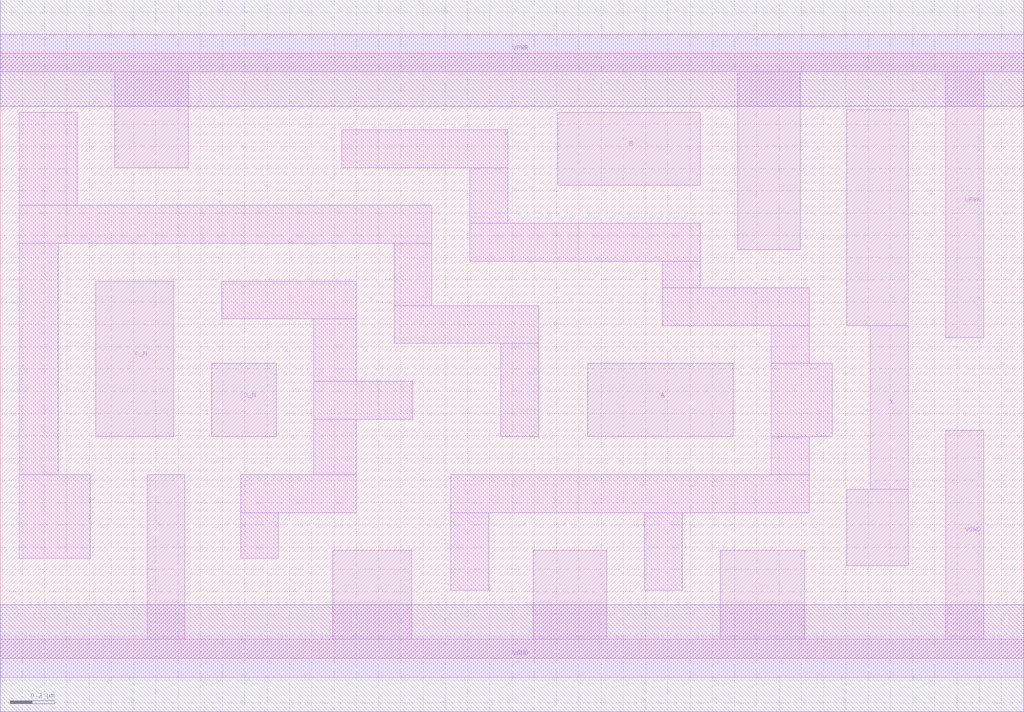
<source format=lef>
# Copyright 2020 The SkyWater PDK Authors
#
# Licensed under the Apache License, Version 2.0 (the "License");
# you may not use this file except in compliance with the License.
# You may obtain a copy of the License at
#
#     https://www.apache.org/licenses/LICENSE-2.0
#
# Unless required by applicable law or agreed to in writing, software
# distributed under the License is distributed on an "AS IS" BASIS,
# WITHOUT WARRANTIES OR CONDITIONS OF ANY KIND, either express or implied.
# See the License for the specific language governing permissions and
# limitations under the License.
#
# SPDX-License-Identifier: Apache-2.0

VERSION 5.5 ;
NAMESCASESENSITIVE ON ;
BUSBITCHARS "[]" ;
DIVIDERCHAR "/" ;
MACRO sky130_fd_sc_hd__or4bb_2
  CLASS CORE ;
  SOURCE USER ;
  ORIGIN  0.000000  0.000000 ;
  SIZE  4.600000 BY  2.720000 ;
  SYMMETRY X Y R90 ;
  SITE unithd ;
  PIN A
    ANTENNAGATEAREA  0.126000 ;
    DIRECTION INPUT ;
    USE SIGNAL ;
    PORT
      LAYER li1 ;
        RECT 2.640000 0.995000 3.295000 1.325000 ;
    END
  END A
  PIN B
    ANTENNAGATEAREA  0.126000 ;
    DIRECTION INPUT ;
    USE SIGNAL ;
    PORT
      LAYER li1 ;
        RECT 2.505000 2.125000 3.145000 2.455000 ;
    END
  END B
  PIN C_N
    ANTENNAGATEAREA  0.126000 ;
    DIRECTION INPUT ;
    USE SIGNAL ;
    PORT
      LAYER li1 ;
        RECT 0.430000 0.995000 0.780000 1.695000 ;
    END
  END C_N
  PIN D_N
    ANTENNAGATEAREA  0.126000 ;
    DIRECTION INPUT ;
    USE SIGNAL ;
    PORT
      LAYER li1 ;
        RECT 0.950000 0.995000 1.240000 1.325000 ;
    END
  END D_N
  PIN X
    ANTENNADIFFAREA  0.445500 ;
    DIRECTION OUTPUT ;
    USE SIGNAL ;
    PORT
      LAYER li1 ;
        RECT 3.805000 0.415000 4.080000 0.760000 ;
        RECT 3.805000 1.495000 4.080000 2.465000 ;
        RECT 3.910000 0.760000 4.080000 1.495000 ;
    END
  END X
  PIN VGND
    DIRECTION INOUT ;
    SHAPE ABUTMENT ;
    USE GROUND ;
    PORT
      LAYER li1 ;
        RECT 0.000000 -0.085000 4.600000 0.085000 ;
        RECT 0.660000  0.085000 0.830000 0.825000 ;
        RECT 1.495000  0.085000 1.850000 0.485000 ;
        RECT 2.395000  0.085000 2.725000 0.485000 ;
        RECT 3.235000  0.085000 3.615000 0.485000 ;
        RECT 4.250000  0.085000 4.420000 1.025000 ;
    END
    PORT
      LAYER met1 ;
        RECT 0.000000 -0.240000 4.600000 0.240000 ;
    END
  END VGND
  PIN VNB
    DIRECTION INOUT ;
    USE GROUND ;
    PORT
    END
  END VNB
  PIN VPB
    DIRECTION INOUT ;
    USE POWER ;
    PORT
    END
  END VPB
  PIN VPWR
    DIRECTION INOUT ;
    SHAPE ABUTMENT ;
    USE POWER ;
    PORT
      LAYER li1 ;
        RECT 0.000000 2.635000 4.600000 2.805000 ;
        RECT 0.515000 2.205000 0.845000 2.635000 ;
        RECT 3.315000 1.835000 3.595000 2.635000 ;
        RECT 4.250000 1.440000 4.420000 2.635000 ;
    END
    PORT
      LAYER met1 ;
        RECT 0.000000 2.480000 4.600000 2.960000 ;
    END
  END VPWR
  OBS
    LAYER li1 ;
      RECT 0.085000 0.450000 0.405000 0.825000 ;
      RECT 0.085000 0.825000 0.260000 1.865000 ;
      RECT 0.085000 1.865000 1.940000 2.035000 ;
      RECT 0.085000 2.035000 0.345000 2.455000 ;
      RECT 0.995000 1.525000 1.600000 1.695000 ;
      RECT 1.080000 0.450000 1.250000 0.655000 ;
      RECT 1.080000 0.655000 1.600000 0.825000 ;
      RECT 1.410000 0.825000 1.600000 1.075000 ;
      RECT 1.410000 1.075000 1.855000 1.245000 ;
      RECT 1.410000 1.245000 1.600000 1.525000 ;
      RECT 1.535000 2.205000 2.280000 2.375000 ;
      RECT 1.770000 1.415000 2.420000 1.585000 ;
      RECT 1.770000 1.585000 1.940000 1.865000 ;
      RECT 2.025000 0.305000 2.195000 0.655000 ;
      RECT 2.025000 0.655000 3.635000 0.825000 ;
      RECT 2.110000 1.785000 3.145000 1.955000 ;
      RECT 2.110000 1.955000 2.280000 2.205000 ;
      RECT 2.250000 0.995000 2.420000 1.415000 ;
      RECT 2.895000 0.305000 3.065000 0.655000 ;
      RECT 2.975000 1.495000 3.635000 1.665000 ;
      RECT 2.975000 1.665000 3.145000 1.785000 ;
      RECT 3.465000 0.825000 3.635000 0.995000 ;
      RECT 3.465000 0.995000 3.740000 1.325000 ;
      RECT 3.465000 1.325000 3.635000 1.495000 ;
  END
END sky130_fd_sc_hd__or4bb_2
END LIBRARY

</source>
